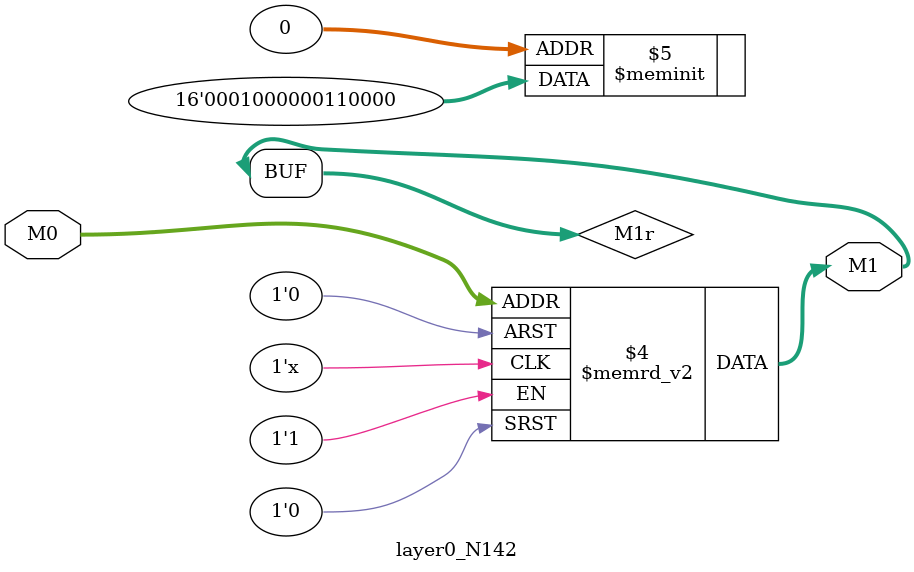
<source format=v>
module layer0_N142 ( input [2:0] M0, output [1:0] M1 );

	(*rom_style = "distributed" *) reg [1:0] M1r;
	assign M1 = M1r;
	always @ (M0) begin
		case (M0)
			3'b000: M1r = 2'b00;
			3'b100: M1r = 2'b00;
			3'b010: M1r = 2'b11;
			3'b110: M1r = 2'b01;
			3'b001: M1r = 2'b00;
			3'b101: M1r = 2'b00;
			3'b011: M1r = 2'b00;
			3'b111: M1r = 2'b00;

		endcase
	end
endmodule

</source>
